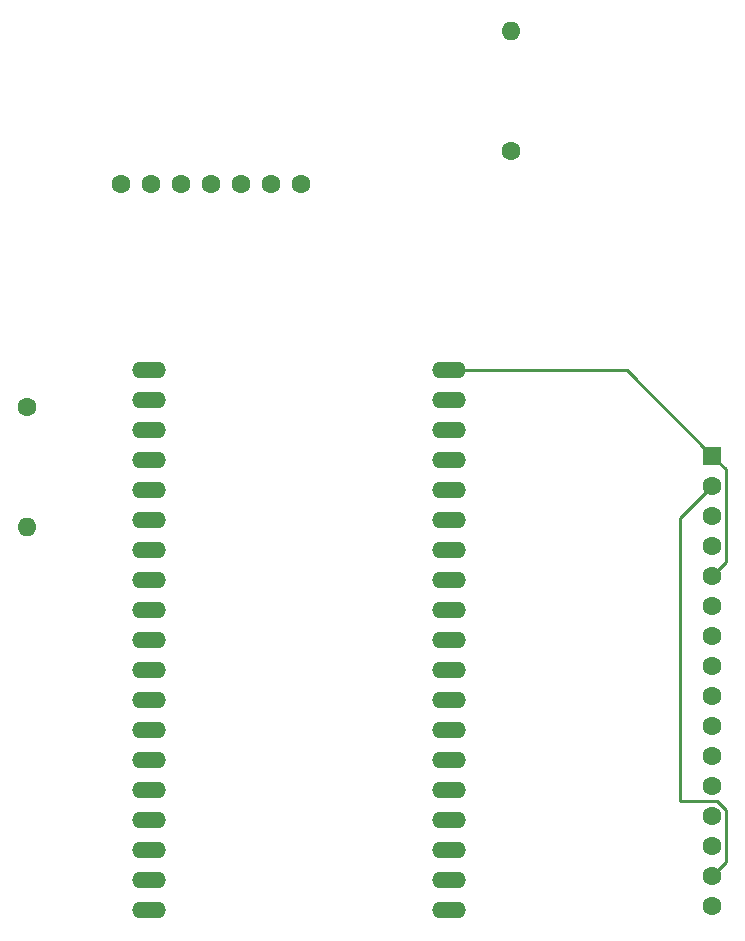
<source format=gbr>
%TF.GenerationSoftware,KiCad,Pcbnew,7.0.2*%
%TF.CreationDate,2023-05-09T10:18:56-04:00*%
%TF.ProjectId,port_alt,706f7274-5f61-46c7-942e-6b696361645f,rev?*%
%TF.SameCoordinates,Original*%
%TF.FileFunction,Copper,L2,Bot*%
%TF.FilePolarity,Positive*%
%FSLAX46Y46*%
G04 Gerber Fmt 4.6, Leading zero omitted, Abs format (unit mm)*
G04 Created by KiCad (PCBNEW 7.0.2) date 2023-05-09 10:18:56*
%MOMM*%
%LPD*%
G01*
G04 APERTURE LIST*
%TA.AperFunction,ComponentPad*%
%ADD10O,2.844800X1.422400*%
%TD*%
%TA.AperFunction,ComponentPad*%
%ADD11R,1.600000X1.600000*%
%TD*%
%TA.AperFunction,ComponentPad*%
%ADD12C,1.600000*%
%TD*%
%TA.AperFunction,ComponentPad*%
%ADD13O,1.600000X1.600000*%
%TD*%
%TA.AperFunction,Conductor*%
%ADD14C,0.250000*%
%TD*%
G04 APERTURE END LIST*
D10*
%TO.P,U3,3V3,3.3V*%
%TO.N,Net-(U3-3.3V)*%
X104300000Y-90775000D03*
%TO.P,U3,EN,EN*%
%TO.N,unconnected-(U3-PadEN)*%
X104300000Y-93315000D03*
%TO.P,U3,GND@1,GND@1*%
%TO.N,unconnected-(U3-PadGND@1)*%
X104300000Y-123795000D03*
%TO.P,U3,GND@2,GND@2*%
%TO.N,/GND*%
X129700000Y-90775000D03*
%TO.P,U3,GND@3,GND@3*%
%TO.N,Net-(U1-K)*%
X129700000Y-106015000D03*
%TO.P,U3,GPIO0,GPIO0*%
%TO.N,unconnected-(U3-PadGPIO0)*%
X129700000Y-123795000D03*
%TO.P,U3,GPIO2,GPIO2*%
%TO.N,unconnected-(U3-PadGPIO2)*%
X129700000Y-126335000D03*
%TO.P,U3,GPIO4,GPIO4*%
%TO.N,unconnected-(U3-PadGPIO4)*%
X129700000Y-121255000D03*
%TO.P,U3,GPIO5,GPIO5*%
%TO.N,unconnected-(U3-PadGPIO5)*%
X129700000Y-113635000D03*
%TO.P,U3,GPIO6,GPIO6*%
%TO.N,unconnected-(U3-PadGPIO6)*%
X129700000Y-136495000D03*
%TO.P,U3,GPIO7,GPIO7*%
%TO.N,unconnected-(U3-PadGPIO7)*%
X129700000Y-133955000D03*
%TO.P,U3,GPIO8,GPIO8*%
%TO.N,unconnected-(U3-PadGPIO8)*%
X129700000Y-131415000D03*
%TO.P,U3,GPIO9,GPIO9*%
%TO.N,unconnected-(U3-PadGPIO9)*%
X104300000Y-128875000D03*
%TO.P,U3,GPIO10,GPIO10*%
%TO.N,unconnected-(U3-PadGPIO10)*%
X104300000Y-131415000D03*
%TO.P,U3,GPIO11,GPIO11*%
%TO.N,unconnected-(U3-PadGPIO11)*%
X104300000Y-133955000D03*
%TO.P,U3,GPIO12,GPIO12*%
%TO.N,unconnected-(U3-PadGPIO12)*%
X104300000Y-121255000D03*
%TO.P,U3,GPIO13,GPIO13*%
%TO.N,unconnected-(U3-PadGPIO13)*%
X104300000Y-126335000D03*
%TO.P,U3,GPIO14,GPIO14*%
%TO.N,unconnected-(U3-PadGPIO14)*%
X104300000Y-118715000D03*
%TO.P,U3,GPIO15,GPIO15*%
%TO.N,Net-(U1-D7)*%
X129700000Y-128875000D03*
%TO.P,U3,GPIO16,GPIO16*%
%TO.N,Net-(U1-D6)*%
X129700000Y-118715000D03*
%TO.P,U3,GPIO17,GPIO17*%
%TO.N,Net-(U1-D5)*%
X129700000Y-116175000D03*
%TO.P,U3,GPIO18,GPIO18*%
%TO.N,Net-(U1-D4)*%
X129700000Y-111095000D03*
%TO.P,U3,GPIO19,GPIO19*%
%TO.N,Net-(U1-RS)*%
X129700000Y-108555000D03*
%TO.P,U3,GPIO21,GPIO21*%
%TO.N,Net-(U2-SDI)*%
X129700000Y-103475000D03*
%TO.P,U3,GPIO22,GPIO22*%
%TO.N,Net-(U2-SCK)*%
X129700000Y-95855000D03*
%TO.P,U3,GPIO23,GPIO23*%
%TO.N,Net-(U1-E)*%
X129700000Y-93315000D03*
%TO.P,U3,GPIO25,GPIO25*%
%TO.N,unconnected-(U3-PadGPIO25)*%
X104300000Y-111095000D03*
%TO.P,U3,GPIO26,GPIO26*%
%TO.N,unconnected-(U3-PadGPIO26)*%
X104300000Y-113635000D03*
%TO.P,U3,GPIO27,GPIO27*%
%TO.N,unconnected-(U3-PadGPIO27)*%
X104300000Y-116175000D03*
%TO.P,U3,GPIO32,GPIO32*%
%TO.N,Net-(U5-SPST2)*%
X104300000Y-106015000D03*
%TO.P,U3,GPIO33,GPIO33*%
%TO.N,unconnected-(U3-PadGPIO33)*%
X104300000Y-108555000D03*
%TO.P,U3,GPIO34,GPIO34*%
%TO.N,unconnected-(U3-PadGPIO34)*%
X104300000Y-100935000D03*
%TO.P,U3,GPIO35,GPIO35*%
%TO.N,unconnected-(U3-PadGPIO35)*%
X104300000Y-103475000D03*
%TO.P,U3,GPIO36,GPIO36*%
%TO.N,unconnected-(U3-PadGPIO36)*%
X104300000Y-95855000D03*
%TO.P,U3,GPIO39,GPIO39*%
%TO.N,unconnected-(U3-PadGPIO39)*%
X104300000Y-98395000D03*
%TO.P,U3,RX0,RX0*%
%TO.N,unconnected-(U3-PadRX0)*%
X129700000Y-100935000D03*
%TO.P,U3,TX0,TX0*%
%TO.N,unconnected-(U3-PadTX0)*%
X129700000Y-98395000D03*
%TO.P,U3,VIN,VIN*%
%TO.N,/5V*%
X104300000Y-136495000D03*
%TD*%
D11*
%TO.P,U1,1,vss*%
%TO.N,/GND*%
X152000000Y-98000000D03*
D12*
%TO.P,U1,2,vdd*%
%TO.N,/5V*%
X152000000Y-100540000D03*
%TO.P,U1,3,v0*%
%TO.N,/V0*%
X152000000Y-103080000D03*
%TO.P,U1,4,RS*%
%TO.N,Net-(U1-RS)*%
X152000000Y-105620000D03*
%TO.P,U1,5,RW*%
%TO.N,/GND*%
X152000000Y-108160000D03*
%TO.P,U1,6,E*%
%TO.N,Net-(U1-E)*%
X152000000Y-110700000D03*
%TO.P,U1,7,D0*%
%TO.N,unconnected-(U1-D0-Pad7)*%
X152000000Y-113240000D03*
%TO.P,U1,8,D1*%
%TO.N,unconnected-(U1-D1-Pad8)*%
X152000000Y-115780000D03*
%TO.P,U1,9,D2*%
%TO.N,unconnected-(U1-D2-Pad9)*%
X152000000Y-118320000D03*
%TO.P,U1,10,D3*%
%TO.N,unconnected-(U1-D3-Pad10)*%
X152000000Y-120860000D03*
%TO.P,U1,11,D4*%
%TO.N,Net-(U1-D4)*%
X152000000Y-123400000D03*
%TO.P,U1,12,D5*%
%TO.N,Net-(U1-D5)*%
X152000000Y-125940000D03*
%TO.P,U1,13,D6*%
%TO.N,Net-(U1-D6)*%
X152000000Y-128480000D03*
%TO.P,U1,14,D7*%
%TO.N,Net-(U1-D7)*%
X152000000Y-131020000D03*
%TO.P,U1,15,A*%
%TO.N,/5V*%
X152000000Y-133560000D03*
%TO.P,U1,16,K*%
%TO.N,Net-(U1-K)*%
X152000000Y-136100000D03*
%TD*%
%TO.P,U6,1,R1*%
%TO.N,/5V*%
X135000000Y-72240000D03*
D13*
%TO.P,U6,2,R2*%
%TO.N,/V0*%
X135000000Y-62080000D03*
%TD*%
D12*
%TO.P,U2,1,VIN*%
%TO.N,/5V*%
X101920000Y-75000000D03*
%TO.P,U2,2,3VO*%
%TO.N,unconnected-(U2-3VO-Pad2)*%
X104460000Y-75000000D03*
%TO.P,U2,3,GND*%
%TO.N,/GND*%
X107000000Y-75000000D03*
%TO.P,U2,4,SCK*%
%TO.N,Net-(U2-SCK)*%
X109540000Y-75000000D03*
%TO.P,U2,5,SDO*%
%TO.N,unconnected-(U2-SDO-Pad5)*%
X112080000Y-75000000D03*
%TO.P,U2,6,SDI*%
%TO.N,Net-(U2-SDI)*%
X114620000Y-75000000D03*
%TO.P,U2,7,CS*%
%TO.N,unconnected-(U2-CS-Pad7)*%
X117160000Y-75000000D03*
%TD*%
%TO.P,U5,1,SPST1*%
%TO.N,Net-(U3-3.3V)*%
X94000000Y-93920000D03*
D13*
%TO.P,U5,2,SPST2*%
%TO.N,Net-(U5-SPST2)*%
X94000000Y-104080000D03*
%TD*%
D14*
%TO.N,/5V*%
X153125000Y-132435000D02*
X152000000Y-133560000D01*
X152395000Y-127284009D02*
X153125000Y-128014009D01*
X149284009Y-127284009D02*
X152395000Y-127284009D01*
X152000000Y-100540000D02*
X149284009Y-103255991D01*
X149284009Y-103255991D02*
X149284009Y-127284009D01*
X153125000Y-128014009D02*
X153125000Y-132435000D01*
%TO.N,/GND*%
X153125000Y-107035000D02*
X152000000Y-108160000D01*
X153125000Y-99125000D02*
X153125000Y-107035000D01*
X152000000Y-98000000D02*
X153125000Y-99125000D01*
X144775000Y-90775000D02*
X152000000Y-98000000D01*
X129700000Y-90775000D02*
X144775000Y-90775000D01*
%TD*%
M02*

</source>
